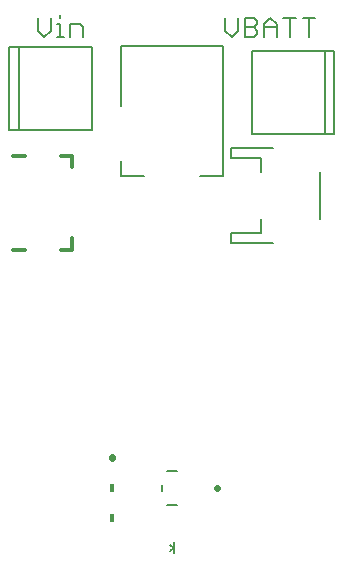
<source format=gto>
G75*
%MOIN*%
%OFA0B0*%
%FSLAX25Y25*%
%IPPOS*%
%LPD*%
%AMOC8*
5,1,8,0,0,1.08239X$1,22.5*
%
%ADD10C,0.00600*%
%ADD11C,0.00800*%
%ADD12R,0.01800X0.03000*%
%ADD13C,0.02200*%
%ADD14C,0.01200*%
D10*
X0125768Y0375300D02*
X0123633Y0377435D01*
X0123633Y0381705D01*
X0127904Y0381705D02*
X0127904Y0377435D01*
X0125768Y0375300D01*
X0130079Y0375300D02*
X0132214Y0375300D01*
X0131146Y0375300D02*
X0131146Y0379570D01*
X0130079Y0379570D01*
X0131146Y0381705D02*
X0131146Y0382773D01*
X0134376Y0379570D02*
X0137579Y0379570D01*
X0138646Y0378503D01*
X0138646Y0375300D01*
X0134376Y0375300D02*
X0134376Y0379570D01*
X0186133Y0377435D02*
X0188268Y0375300D01*
X0190404Y0377435D01*
X0190404Y0381705D01*
X0192579Y0381705D02*
X0195782Y0381705D01*
X0196849Y0380638D01*
X0196849Y0379570D01*
X0195782Y0378503D01*
X0192579Y0378503D01*
X0192579Y0381705D02*
X0192579Y0375300D01*
X0195782Y0375300D01*
X0196849Y0376368D01*
X0196849Y0377435D01*
X0195782Y0378503D01*
X0199024Y0378503D02*
X0203295Y0378503D01*
X0203295Y0379570D02*
X0203295Y0375300D01*
X0203295Y0379570D02*
X0201159Y0381705D01*
X0199024Y0379570D01*
X0199024Y0375300D01*
X0205470Y0381705D02*
X0209740Y0381705D01*
X0207605Y0381705D02*
X0207605Y0375300D01*
X0211915Y0381705D02*
X0216186Y0381705D01*
X0214050Y0381705D02*
X0214050Y0375300D01*
X0186133Y0377435D02*
X0186133Y0381705D01*
D11*
X0169003Y0205000D02*
X0167782Y0204080D01*
X0169003Y0203189D02*
X0169003Y0205000D01*
X0169003Y0206811D01*
X0167782Y0205860D02*
X0168942Y0205100D01*
X0170024Y0219400D02*
X0166643Y0219400D01*
X0165143Y0223943D02*
X0165143Y0226057D01*
X0166643Y0230600D02*
X0170024Y0230600D01*
X0188117Y0306752D02*
X0201896Y0306752D01*
X0197959Y0309902D02*
X0188117Y0309902D01*
X0188117Y0306752D01*
X0197959Y0309902D02*
X0197959Y0314626D01*
X0197959Y0330374D02*
X0197959Y0335098D01*
X0188117Y0335098D01*
X0188117Y0338248D01*
X0201896Y0338248D01*
X0194948Y0343110D02*
X0219357Y0343110D01*
X0219357Y0370669D01*
X0222507Y0370669D01*
X0222507Y0343110D01*
X0219357Y0343110D01*
X0217644Y0330374D02*
X0217644Y0314626D01*
X0194948Y0343110D02*
X0194948Y0370669D01*
X0219357Y0370669D01*
X0185450Y0372189D02*
X0151217Y0372189D01*
X0151217Y0352323D01*
X0141719Y0344331D02*
X0117310Y0344331D01*
X0117310Y0371890D01*
X0141719Y0371890D01*
X0141719Y0344331D01*
X0151217Y0333819D02*
X0151217Y0328863D01*
X0158885Y0328863D01*
X0177782Y0328863D02*
X0185450Y0328863D01*
X0185450Y0372189D01*
X0117310Y0371890D02*
X0114160Y0371890D01*
X0114160Y0344331D01*
X0117310Y0344331D01*
D12*
X0148333Y0225000D03*
X0148333Y0215000D03*
D13*
X0148333Y0234880D02*
X0148333Y0235120D01*
X0183213Y0225000D02*
X0183453Y0225000D01*
D14*
X0135144Y0304252D02*
X0131207Y0304252D01*
X0135144Y0304252D02*
X0135144Y0308189D01*
X0119396Y0304252D02*
X0115459Y0304252D01*
X0135144Y0331811D02*
X0135144Y0335748D01*
X0135073Y0335720D02*
X0131207Y0335720D01*
X0131207Y0335748D01*
X0119396Y0335748D02*
X0115459Y0335748D01*
M02*

</source>
